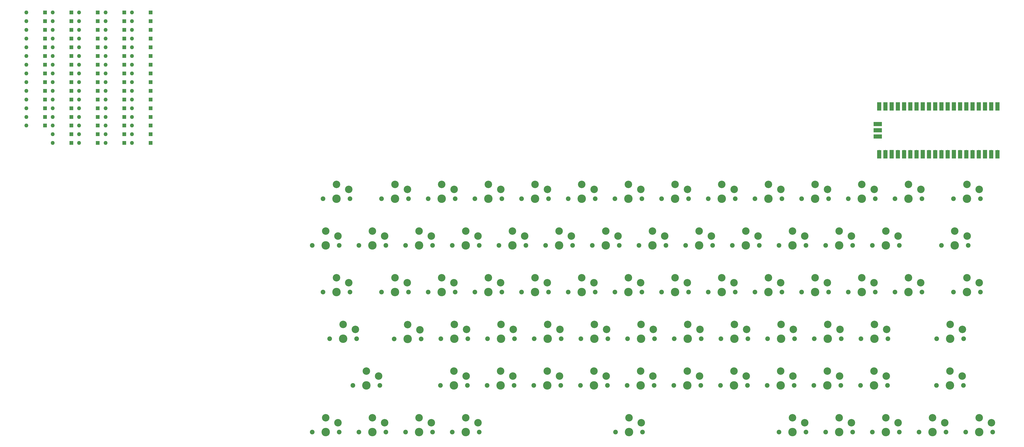
<source format=gts>
G04 #@! TF.GenerationSoftware,KiCad,Pcbnew,8.0.8*
G04 #@! TF.CreationDate,2025-06-07T08:47:10+08:00*
G04 #@! TF.ProjectId,magic-keys,6d616769-632d-46b6-9579-732e6b696361,rev?*
G04 #@! TF.SameCoordinates,Original*
G04 #@! TF.FileFunction,Soldermask,Top*
G04 #@! TF.FilePolarity,Negative*
%FSLAX46Y46*%
G04 Gerber Fmt 4.6, Leading zero omitted, Abs format (unit mm)*
G04 Created by KiCad (PCBNEW 8.0.8) date 2025-06-07 08:47:10*
%MOMM*%
%LPD*%
G01*
G04 APERTURE LIST*
%ADD10C,3.050000*%
%ADD11C,3.450000*%
%ADD12C,1.900000*%
%ADD13O,1.700000X1.700000*%
%ADD14R,1.700000X3.500000*%
%ADD15R,1.700000X1.700000*%
%ADD16R,3.500000X1.700000*%
%ADD17R,1.600000X1.600000*%
%ADD18O,1.600000X1.600000*%
G04 APERTURE END LIST*
D10*
G04 #@! TO.C,`~1*
X9525000Y-70300000D03*
X14525000Y-72400000D03*
D11*
X9525000Y-76200000D03*
D12*
X4025000Y-76200000D03*
X15025000Y-76200000D03*
G04 #@! TD*
D10*
G04 #@! TO.C,]}1*
X247362500Y-89350000D03*
X252362500Y-91450000D03*
D11*
X247362500Y-95250000D03*
D12*
X241862500Y-95250000D03*
X252862500Y-95250000D03*
G04 #@! TD*
D10*
G04 #@! TO.C,\u005C|1*
X271242500Y-89350000D03*
X276242500Y-91450000D03*
D11*
X271242500Y-95250000D03*
D12*
X265742500Y-95250000D03*
X276742500Y-95250000D03*
G04 #@! TD*
D10*
G04 #@! TO.C,[{1*
X228312500Y-89350000D03*
X233312500Y-91450000D03*
D11*
X228312500Y-95250000D03*
D12*
X222812500Y-95250000D03*
X233812500Y-95250000D03*
G04 #@! TD*
D10*
G04 #@! TO.C,Z1*
X61912500Y-127450000D03*
X66912500Y-129550000D03*
D11*
X61912500Y-133350000D03*
D12*
X56412500Y-133350000D03*
X67412500Y-133350000D03*
G04 #@! TD*
D10*
G04 #@! TO.C,Y1*
X133062500Y-89350000D03*
X138062500Y-91450000D03*
D11*
X133062500Y-95250000D03*
D12*
X127562500Y-95250000D03*
X138562500Y-95250000D03*
G04 #@! TD*
D10*
G04 #@! TO.C,X1*
X80962500Y-127450000D03*
X85962500Y-129550000D03*
D11*
X80962500Y-133350000D03*
D12*
X75462500Y-133350000D03*
X86462500Y-133350000D03*
G04 #@! TD*
D10*
G04 #@! TO.C,W1*
X56862500Y-89350000D03*
X61862500Y-91450000D03*
D11*
X56862500Y-95250000D03*
D12*
X51362500Y-95250000D03*
X62362500Y-95250000D03*
G04 #@! TD*
D10*
G04 #@! TO.C,V1*
X119062500Y-127450000D03*
X124062500Y-129550000D03*
D11*
X119062500Y-133350000D03*
D12*
X113562500Y-133350000D03*
X124562500Y-133350000D03*
G04 #@! TD*
D10*
G04 #@! TO.C,Up1*
X257175000Y-146500000D03*
X262175000Y-148600000D03*
D11*
X257175000Y-152400000D03*
D12*
X251675000Y-152400000D03*
X262675000Y-152400000D03*
G04 #@! TD*
D10*
G04 #@! TO.C,U2*
X152112500Y-89350000D03*
X157112500Y-91450000D03*
D11*
X152112500Y-95250000D03*
D12*
X146612500Y-95250000D03*
X157612500Y-95250000D03*
G04 #@! TD*
D10*
G04 #@! TO.C,Tab1*
X14000000Y-89350000D03*
X19000000Y-91450000D03*
D11*
X14000000Y-95250000D03*
D12*
X8500000Y-95250000D03*
X19500000Y-95250000D03*
G04 #@! TD*
D10*
G04 #@! TO.C,T1*
X114012500Y-89350000D03*
X119012500Y-91450000D03*
D11*
X114012500Y-95250000D03*
D12*
X108512500Y-95250000D03*
X119512500Y-95250000D03*
G04 #@! TD*
D10*
G04 #@! TO.C,Space1*
X133350000Y-146500000D03*
X138350000Y-148600000D03*
D11*
X133350000Y-152400000D03*
D12*
X127850000Y-152400000D03*
X138850000Y-152400000D03*
G04 #@! TD*
D10*
G04 #@! TO.C,Shift2*
X264318750Y-127450000D03*
X269318750Y-129550000D03*
D11*
X264318750Y-133350000D03*
D12*
X258818750Y-133350000D03*
X269818750Y-133350000D03*
G04 #@! TD*
D10*
G04 #@! TO.C,Shift1*
X26193750Y-127450000D03*
X31193750Y-129550000D03*
D11*
X26193750Y-133350000D03*
D12*
X20693750Y-133350000D03*
X31693750Y-133350000D03*
G04 #@! TD*
D10*
G04 #@! TO.C,S1*
X62037500Y-108400000D03*
X67037500Y-110500000D03*
D11*
X62037500Y-114300000D03*
D12*
X56537500Y-114300000D03*
X67537500Y-114300000D03*
G04 #@! TD*
D10*
G04 #@! TO.C,Right1*
X276225000Y-146500000D03*
X281225000Y-148600000D03*
D11*
X276225000Y-152400000D03*
D12*
X270725000Y-152400000D03*
X281725000Y-152400000D03*
G04 #@! TD*
D10*
G04 #@! TO.C,R1*
X94962500Y-89350000D03*
X99962500Y-91450000D03*
D11*
X94962500Y-95250000D03*
D12*
X89462500Y-95250000D03*
X100462500Y-95250000D03*
G04 #@! TD*
D10*
G04 #@! TO.C,Q1*
X37812500Y-89350000D03*
X42812500Y-91450000D03*
D11*
X37812500Y-95250000D03*
D12*
X32312500Y-95250000D03*
X43312500Y-95250000D03*
G04 #@! TD*
D10*
G04 #@! TO.C,P1*
X209262500Y-89350000D03*
X214262500Y-91450000D03*
D11*
X209262500Y-95250000D03*
D12*
X203762500Y-95250000D03*
X214762500Y-95250000D03*
G04 #@! TD*
D10*
G04 #@! TO.C,Option1*
X47625000Y-146500000D03*
X52625000Y-148600000D03*
D11*
X47625000Y-152400000D03*
D12*
X42125000Y-152400000D03*
X53125000Y-152400000D03*
G04 #@! TD*
D10*
G04 #@! TO.C,O1*
X190212500Y-89350000D03*
X195212500Y-91450000D03*
D11*
X190212500Y-95250000D03*
D12*
X184712500Y-95250000D03*
X195712500Y-95250000D03*
G04 #@! TD*
D10*
G04 #@! TO.C,N1*
X157162500Y-127450000D03*
X162162500Y-129550000D03*
D11*
X157162500Y-133350000D03*
D12*
X151662500Y-133350000D03*
X162662500Y-133350000D03*
G04 #@! TD*
D10*
G04 #@! TO.C,M1*
X176212500Y-127450000D03*
X181212500Y-129550000D03*
D11*
X176212500Y-133350000D03*
D12*
X170712500Y-133350000D03*
X181712500Y-133350000D03*
G04 #@! TD*
D10*
G04 #@! TO.C,Left1*
X219075000Y-146500000D03*
X224075000Y-148600000D03*
D11*
X219075000Y-152400000D03*
D12*
X213575000Y-152400000D03*
X224575000Y-152400000D03*
G04 #@! TD*
D10*
G04 #@! TO.C,L1*
X195387500Y-108400000D03*
X200387500Y-110500000D03*
D11*
X195387500Y-114300000D03*
D12*
X189887500Y-114300000D03*
X200887500Y-114300000D03*
G04 #@! TD*
D10*
G04 #@! TO.C,K1*
X176337500Y-108400000D03*
X181337500Y-110500000D03*
D11*
X176337500Y-114300000D03*
D12*
X170837500Y-114300000D03*
X181837500Y-114300000D03*
G04 #@! TD*
D10*
G04 #@! TO.C,J1*
X157287500Y-108400000D03*
X162287500Y-110500000D03*
D11*
X157287500Y-114300000D03*
D12*
X151787500Y-114300000D03*
X162787500Y-114300000D03*
G04 #@! TD*
D10*
G04 #@! TO.C,I1*
X171162500Y-89350000D03*
X176162500Y-91450000D03*
D11*
X171162500Y-95250000D03*
D12*
X165662500Y-95250000D03*
X176662500Y-95250000D03*
G04 #@! TD*
D10*
G04 #@! TO.C,H1*
X138237500Y-108400000D03*
X143237500Y-110500000D03*
D11*
X138237500Y-114300000D03*
D12*
X132737500Y-114300000D03*
X143737500Y-114300000D03*
G04 #@! TD*
D10*
G04 #@! TO.C,G1*
X119187500Y-108400000D03*
X124187500Y-110500000D03*
D11*
X119187500Y-114300000D03*
D12*
X113687500Y-114300000D03*
X124687500Y-114300000D03*
G04 #@! TD*
D10*
G04 #@! TO.C,Fn1*
X9525000Y-146500000D03*
X14525000Y-148600000D03*
D11*
X9525000Y-152400000D03*
D12*
X4025000Y-152400000D03*
X15025000Y-152400000D03*
G04 #@! TD*
D10*
G04 #@! TO.C,F13*
X100137500Y-108400000D03*
X105137500Y-110500000D03*
D11*
X100137500Y-114300000D03*
D12*
X94637500Y-114300000D03*
X105637500Y-114300000D03*
G04 #@! TD*
D10*
G04 #@! TO.C,F12*
X247430000Y-51250000D03*
X252430000Y-53350000D03*
D11*
X247430000Y-57150000D03*
D12*
X241930000Y-57150000D03*
X252930000Y-57150000D03*
G04 #@! TD*
D10*
G04 #@! TO.C,F11*
X228380000Y-51250000D03*
X233380000Y-53350000D03*
D11*
X228380000Y-57150000D03*
D12*
X222880000Y-57150000D03*
X233880000Y-57150000D03*
G04 #@! TD*
D10*
G04 #@! TO.C,F10*
X209330000Y-51250000D03*
X214330000Y-53350000D03*
D11*
X209330000Y-57150000D03*
D12*
X203830000Y-57150000D03*
X214830000Y-57150000D03*
G04 #@! TD*
D10*
G04 #@! TO.C,F9*
X190280000Y-51250000D03*
X195280000Y-53350000D03*
D11*
X190280000Y-57150000D03*
D12*
X184780000Y-57150000D03*
X195780000Y-57150000D03*
G04 #@! TD*
D10*
G04 #@! TO.C,F8*
X171230000Y-51250000D03*
X176230000Y-53350000D03*
D11*
X171230000Y-57150000D03*
D12*
X165730000Y-57150000D03*
X176730000Y-57150000D03*
G04 #@! TD*
D10*
G04 #@! TO.C,F7*
X152180000Y-51250000D03*
X157180000Y-53350000D03*
D11*
X152180000Y-57150000D03*
D12*
X146680000Y-57150000D03*
X157680000Y-57150000D03*
G04 #@! TD*
D10*
G04 #@! TO.C,F6*
X133130000Y-51250000D03*
X138130000Y-53350000D03*
D11*
X133130000Y-57150000D03*
D12*
X127630000Y-57150000D03*
X138630000Y-57150000D03*
G04 #@! TD*
D10*
G04 #@! TO.C,F5*
X114080000Y-51250000D03*
X119080000Y-53350000D03*
D11*
X114080000Y-57150000D03*
D12*
X108580000Y-57150000D03*
X119580000Y-57150000D03*
G04 #@! TD*
D10*
G04 #@! TO.C,F4*
X95030000Y-51250000D03*
X100030000Y-53350000D03*
D11*
X95030000Y-57150000D03*
D12*
X89530000Y-57150000D03*
X100530000Y-57150000D03*
G04 #@! TD*
D10*
G04 #@! TO.C,F3*
X75980000Y-51250000D03*
X80980000Y-53350000D03*
D11*
X75980000Y-57150000D03*
D12*
X70480000Y-57150000D03*
X81480000Y-57150000D03*
G04 #@! TD*
D10*
G04 #@! TO.C,F2*
X56930000Y-51250000D03*
X61930000Y-53350000D03*
D11*
X56930000Y-57150000D03*
D12*
X51430000Y-57150000D03*
X62430000Y-57150000D03*
G04 #@! TD*
D10*
G04 #@! TO.C,F1*
X37880000Y-51250000D03*
X42880000Y-53350000D03*
D11*
X37880000Y-57150000D03*
D12*
X32380000Y-57150000D03*
X43380000Y-57150000D03*
G04 #@! TD*
D10*
G04 #@! TO.C,Esc1*
X14000000Y-51250000D03*
X19000000Y-53350000D03*
D11*
X14000000Y-57150000D03*
D12*
X8500000Y-57150000D03*
X19500000Y-57150000D03*
G04 #@! TD*
D10*
G04 #@! TO.C,Enter1*
X264443750Y-108400000D03*
X269443750Y-110500000D03*
D11*
X264443750Y-114300000D03*
D12*
X258943750Y-114300000D03*
X269943750Y-114300000D03*
G04 #@! TD*
D10*
G04 #@! TO.C,E1*
X75912500Y-89350000D03*
X80912500Y-91450000D03*
D11*
X75912500Y-95250000D03*
D12*
X70412500Y-95250000D03*
X81412500Y-95250000D03*
G04 #@! TD*
D10*
G04 #@! TO.C,Down1*
X238125000Y-146500000D03*
X243125000Y-148600000D03*
D11*
X238125000Y-152400000D03*
D12*
X232625000Y-152400000D03*
X243625000Y-152400000D03*
G04 #@! TD*
D10*
G04 #@! TO.C,Del1*
X271242500Y-51250000D03*
X276242500Y-53350000D03*
D11*
X271242500Y-57150000D03*
D12*
X265742500Y-57150000D03*
X276742500Y-57150000D03*
G04 #@! TD*
D10*
G04 #@! TO.C,D1*
X81087500Y-108400000D03*
X86087500Y-110500000D03*
D11*
X81087500Y-114300000D03*
D12*
X75587500Y-114300000D03*
X86587500Y-114300000D03*
G04 #@! TD*
D10*
G04 #@! TO.C,Control1*
X28575000Y-146500000D03*
X33575000Y-148600000D03*
D11*
X28575000Y-152400000D03*
D12*
X23075000Y-152400000D03*
X34075000Y-152400000D03*
G04 #@! TD*
D10*
G04 #@! TO.C,Cmd2*
X200025000Y-146500000D03*
X205025000Y-148600000D03*
D11*
X200025000Y-152400000D03*
D12*
X194525000Y-152400000D03*
X205525000Y-152400000D03*
G04 #@! TD*
D10*
G04 #@! TO.C,Cmd1*
X66675000Y-146500000D03*
X71675000Y-148600000D03*
D11*
X66675000Y-152400000D03*
D12*
X61175000Y-152400000D03*
X72175000Y-152400000D03*
G04 #@! TD*
D10*
G04 #@! TO.C,CapsLock1*
X16668750Y-108400000D03*
X21668750Y-110500000D03*
D11*
X16668750Y-114300000D03*
D12*
X11168750Y-114300000D03*
X22168750Y-114300000D03*
G04 #@! TD*
D10*
G04 #@! TO.C,C1*
X100012500Y-127450000D03*
X105012500Y-129550000D03*
D11*
X100012500Y-133350000D03*
D12*
X94512500Y-133350000D03*
X105512500Y-133350000D03*
G04 #@! TD*
D10*
G04 #@! TO.C,Backspace1*
X266312500Y-70300000D03*
X271312500Y-72400000D03*
D11*
X266312500Y-76200000D03*
D12*
X260812500Y-76200000D03*
X271812500Y-76200000D03*
G04 #@! TD*
D10*
G04 #@! TO.C,B1*
X138112500Y-127450000D03*
X143112500Y-129550000D03*
D11*
X138112500Y-133350000D03*
D12*
X132612500Y-133350000D03*
X143612500Y-133350000D03*
G04 #@! TD*
D10*
G04 #@! TO.C,A1*
X42987500Y-108500000D03*
X47987500Y-110600000D03*
D11*
X42987500Y-114400000D03*
D12*
X37487500Y-114400000D03*
X48487500Y-114400000D03*
G04 #@! TD*
D10*
G04 #@! TO.C,>.1*
X214312500Y-127450000D03*
X219312500Y-129550000D03*
D11*
X214312500Y-133350000D03*
D12*
X208812500Y-133350000D03*
X219812500Y-133350000D03*
G04 #@! TD*
D10*
G04 #@! TO.C,=+1*
X238125000Y-70300000D03*
X243125000Y-72400000D03*
D11*
X238125000Y-76200000D03*
D12*
X232625000Y-76200000D03*
X243625000Y-76200000D03*
G04 #@! TD*
D10*
G04 #@! TO.C,<\u002C1*
X195262500Y-127450000D03*
X200262500Y-129550000D03*
D11*
X195262500Y-133350000D03*
D12*
X189762500Y-133350000D03*
X200762500Y-133350000D03*
G04 #@! TD*
D10*
G04 #@! TO.C,;:1*
X214437500Y-108400000D03*
X219437500Y-110500000D03*
D11*
X214437500Y-114300000D03*
D12*
X208937500Y-114300000D03*
X219937500Y-114300000D03*
G04 #@! TD*
D10*
G04 #@! TO.C,9(1*
X180975000Y-70300000D03*
X185975000Y-72400000D03*
D11*
X180975000Y-76200000D03*
D12*
X175475000Y-76200000D03*
X186475000Y-76200000D03*
G04 #@! TD*
D10*
G04 #@! TO.C,8\u002A1*
X161925000Y-70300000D03*
X166925000Y-72400000D03*
D11*
X161925000Y-76200000D03*
D12*
X156425000Y-76200000D03*
X167425000Y-76200000D03*
G04 #@! TD*
D10*
G04 #@! TO.C,7&1*
X142875000Y-70300000D03*
X147875000Y-72400000D03*
D11*
X142875000Y-76200000D03*
D12*
X137375000Y-76200000D03*
X148375000Y-76200000D03*
G04 #@! TD*
D10*
G04 #@! TO.C,6^1*
X123825000Y-70300000D03*
X128825000Y-72400000D03*
D11*
X123825000Y-76200000D03*
D12*
X118325000Y-76200000D03*
X129325000Y-76200000D03*
G04 #@! TD*
D10*
G04 #@! TO.C,5\u00251*
X104775000Y-70300000D03*
X109775000Y-72400000D03*
D11*
X104775000Y-76200000D03*
D12*
X99275000Y-76200000D03*
X110275000Y-76200000D03*
G04 #@! TD*
D10*
G04 #@! TO.C,4$1*
X85725000Y-70300000D03*
X90725000Y-72400000D03*
D11*
X85725000Y-76200000D03*
D12*
X80225000Y-76200000D03*
X91225000Y-76200000D03*
G04 #@! TD*
D10*
G04 #@! TO.C,3#1*
X66675000Y-70300000D03*
X71675000Y-72400000D03*
D11*
X66675000Y-76200000D03*
D12*
X61175000Y-76200000D03*
X72175000Y-76200000D03*
G04 #@! TD*
D10*
G04 #@! TO.C,2@1*
X47625000Y-70300000D03*
X52625000Y-72400000D03*
D11*
X47625000Y-76200000D03*
D12*
X42125000Y-76200000D03*
X53125000Y-76200000D03*
G04 #@! TD*
D10*
G04 #@! TO.C,1!1*
X28575000Y-70300000D03*
X33575000Y-72400000D03*
D11*
X28575000Y-76200000D03*
D12*
X23075000Y-76200000D03*
X34075000Y-76200000D03*
G04 #@! TD*
D10*
G04 #@! TO.C,0)1*
X200025000Y-70300000D03*
X205025000Y-72400000D03*
D11*
X200025000Y-76200000D03*
D12*
X194525000Y-76200000D03*
X205525000Y-76200000D03*
G04 #@! TD*
D10*
G04 #@! TO.C,/1*
X233362500Y-127450000D03*
X238362500Y-129550000D03*
D11*
X233362500Y-133350000D03*
D12*
X227862500Y-133350000D03*
X238862500Y-133350000D03*
G04 #@! TD*
D10*
G04 #@! TO.C,-_1*
X219075000Y-70300000D03*
X224075000Y-72400000D03*
D11*
X219075000Y-76200000D03*
D12*
X213575000Y-76200000D03*
X224575000Y-76200000D03*
G04 #@! TD*
D10*
G04 #@! TO.C,'"1*
X233487500Y-108400000D03*
X238487500Y-110500000D03*
D11*
X233487500Y-114300000D03*
D12*
X227987500Y-114300000D03*
X238987500Y-114300000D03*
G04 #@! TD*
D13*
G04 #@! TO.C,U1*
X283755000Y-20320000D03*
D14*
X283755000Y-19420000D03*
D13*
X281215000Y-20320000D03*
D14*
X281215000Y-19420000D03*
D15*
X278675000Y-20320000D03*
D14*
X278675000Y-19420000D03*
D13*
X276135000Y-20320000D03*
D14*
X276135000Y-19420000D03*
D13*
X273595000Y-20320000D03*
D14*
X273595000Y-19420000D03*
D13*
X271055000Y-20320000D03*
D14*
X271055000Y-19420000D03*
D13*
X268515000Y-20320000D03*
D14*
X268515000Y-19420000D03*
D15*
X265975000Y-20320000D03*
D14*
X265975000Y-19420000D03*
D13*
X263435000Y-20320000D03*
D14*
X263435000Y-19420000D03*
D13*
X260895000Y-20320000D03*
D14*
X260895000Y-19420000D03*
D13*
X258355000Y-20320000D03*
D14*
X258355000Y-19420000D03*
D13*
X255815000Y-20320000D03*
D14*
X255815000Y-19420000D03*
D15*
X253275000Y-20320000D03*
D14*
X253275000Y-19420000D03*
D13*
X250735000Y-20320000D03*
D14*
X250735000Y-19420000D03*
D13*
X248195000Y-20320000D03*
D14*
X248195000Y-19420000D03*
D13*
X245655000Y-20320000D03*
D14*
X245655000Y-19420000D03*
D13*
X243115000Y-20320000D03*
D14*
X243115000Y-19420000D03*
D15*
X240575000Y-20320000D03*
D14*
X240575000Y-19420000D03*
D13*
X238035000Y-20320000D03*
D14*
X238035000Y-19420000D03*
D13*
X235495000Y-20320000D03*
D14*
X235495000Y-19420000D03*
D13*
X235495000Y-38100000D03*
D14*
X235495000Y-39000000D03*
D13*
X238035000Y-38100000D03*
D14*
X238035000Y-39000000D03*
D15*
X240575000Y-38100000D03*
D14*
X240575000Y-39000000D03*
D13*
X243115000Y-38100000D03*
D14*
X243115000Y-39000000D03*
D13*
X245655000Y-38100000D03*
D14*
X245655000Y-39000000D03*
D13*
X248195000Y-38100000D03*
D14*
X248195000Y-39000000D03*
D13*
X250735000Y-38100000D03*
D14*
X250735000Y-39000000D03*
D15*
X253275000Y-38100000D03*
D14*
X253275000Y-39000000D03*
D13*
X255815000Y-38100000D03*
D14*
X255815000Y-39000000D03*
D13*
X258355000Y-38100000D03*
D14*
X258355000Y-39000000D03*
D13*
X260895000Y-38100000D03*
D14*
X260895000Y-39000000D03*
D13*
X263435000Y-38100000D03*
D14*
X263435000Y-39000000D03*
D15*
X265975000Y-38100000D03*
D14*
X265975000Y-39000000D03*
D13*
X268515000Y-38100000D03*
D14*
X268515000Y-39000000D03*
D13*
X271055000Y-38100000D03*
D14*
X271055000Y-39000000D03*
D13*
X273595000Y-38100000D03*
D14*
X273595000Y-39000000D03*
D13*
X276135000Y-38100000D03*
D14*
X276135000Y-39000000D03*
D15*
X278675000Y-38100000D03*
D14*
X278675000Y-39000000D03*
D13*
X281215000Y-38100000D03*
D14*
X281215000Y-39000000D03*
D13*
X283755000Y-38100000D03*
D14*
X283755000Y-39000000D03*
D13*
X235725000Y-26670000D03*
D16*
X234825000Y-26670000D03*
D15*
X235725000Y-29210000D03*
D16*
X234825000Y-29210000D03*
D13*
X235725000Y-31750000D03*
D16*
X234825000Y-31750000D03*
G04 #@! TD*
D17*
G04 #@! TO.C,IDiode1*
X-83452500Y-34375000D03*
D18*
X-91072500Y-34375000D03*
G04 #@! TD*
D17*
G04 #@! TO.C,>.Diode1*
X-72682500Y18875000D03*
D18*
X-80302500Y18875000D03*
G04 #@! TD*
D17*
G04 #@! TO.C,[{Diode1*
X-104992500Y-16625000D03*
D18*
X-112612500Y-16625000D03*
G04 #@! TD*
D17*
G04 #@! TO.C,`~Diode1*
X-104992500Y-27275000D03*
D18*
X-112612500Y-27275000D03*
G04 #@! TD*
D17*
G04 #@! TO.C,NDiode1*
X-94222500Y1125000D03*
D18*
X-101842500Y1125000D03*
G04 #@! TD*
D17*
G04 #@! TO.C,=+Diode1*
X-61912500Y-34375000D03*
D18*
X-69532500Y-34375000D03*
G04 #@! TD*
D17*
G04 #@! TO.C,UDiode1*
X-104992500Y8225000D03*
D18*
X-112612500Y8225000D03*
G04 #@! TD*
D17*
G04 #@! TO.C,SpaceDiode1*
X-104992500Y18875000D03*
D18*
X-112612500Y18875000D03*
G04 #@! TD*
D17*
G04 #@! TO.C,QDiode1*
X-94222500Y-16625000D03*
D18*
X-101842500Y-16625000D03*
G04 #@! TD*
D17*
G04 #@! TO.C,1!Diode1*
X-61912500Y4675000D03*
D18*
X-69532500Y4675000D03*
G04 #@! TD*
D17*
G04 #@! TO.C,0)Diode1*
X-61912500Y8225000D03*
D18*
X-69532500Y8225000D03*
G04 #@! TD*
D17*
G04 #@! TO.C,PDiode1*
X-94222500Y-13075000D03*
D18*
X-101842500Y-13075000D03*
G04 #@! TD*
D17*
G04 #@! TO.C,5\u0025Diode1*
X-61912500Y-9525000D03*
D18*
X-69532500Y-9525000D03*
G04 #@! TD*
D17*
G04 #@! TO.C,SDiode1*
X-94222500Y-27275000D03*
D18*
X-101842500Y-27275000D03*
G04 #@! TD*
D17*
G04 #@! TO.C,EnterDiode1*
X-72682500Y-27275000D03*
D18*
X-80302500Y-27275000D03*
G04 #@! TD*
D17*
G04 #@! TO.C,BackspaceDiode1*
X-72682500Y8225000D03*
D18*
X-80302500Y8225000D03*
G04 #@! TD*
D17*
G04 #@! TO.C,F9Diode1*
X-83452500Y-16625000D03*
D18*
X-91072500Y-16625000D03*
G04 #@! TD*
D17*
G04 #@! TO.C,EDiode1*
X-72682500Y-23725000D03*
D18*
X-80302500Y-23725000D03*
G04 #@! TD*
D17*
G04 #@! TO.C,ControlDiode1*
X-72682500Y-9525000D03*
D18*
X-80302500Y-9525000D03*
G04 #@! TD*
D17*
G04 #@! TO.C,ShiftDiode2*
X-94222500Y-34375000D03*
D18*
X-101842500Y-34375000D03*
G04 #@! TD*
D17*
G04 #@! TO.C,F10Diode1*
X-72682500Y-34375000D03*
D18*
X-80302500Y-34375000D03*
G04 #@! TD*
D17*
G04 #@! TO.C,F3Diode1*
X-83452500Y4675000D03*
D18*
X-91072500Y4675000D03*
G04 #@! TD*
D17*
G04 #@! TO.C,EscDiode1*
X-72682500Y-30825000D03*
D18*
X-80302500Y-30825000D03*
G04 #@! TD*
D17*
G04 #@! TO.C,HDiode1*
X-83452500Y-30825000D03*
D18*
X-91072500Y-30825000D03*
G04 #@! TD*
D17*
G04 #@! TO.C,LDiode1*
X-94222500Y11775000D03*
D18*
X-101842500Y11775000D03*
G04 #@! TD*
D17*
G04 #@! TO.C,VDiode1*
X-104992500Y1125000D03*
D18*
X-112612500Y1125000D03*
G04 #@! TD*
D17*
G04 #@! TO.C,F6Diode1*
X-83452500Y-5975000D03*
D18*
X-91072500Y-5975000D03*
G04 #@! TD*
D17*
G04 #@! TO.C,KDiode1*
X-94222500Y15325000D03*
D18*
X-101842500Y15325000D03*
G04 #@! TD*
D17*
G04 #@! TO.C,TDiode1*
X-104992500Y15325000D03*
D18*
X-112612500Y15325000D03*
G04 #@! TD*
D17*
G04 #@! TO.C,MDiode1*
X-94222500Y4675000D03*
D18*
X-101842500Y4675000D03*
G04 #@! TD*
D17*
G04 #@! TO.C,F1Diode1*
X-83452500Y11775000D03*
D18*
X-91072500Y11775000D03*
G04 #@! TD*
D17*
G04 #@! TO.C,FnDiode1*
X-83452500Y-23725000D03*
D18*
X-91072500Y-23725000D03*
G04 #@! TD*
D17*
G04 #@! TO.C,F7Diode1*
X-83452500Y-9525000D03*
D18*
X-91072500Y-9525000D03*
G04 #@! TD*
D17*
G04 #@! TO.C,XDiode1*
X-104992500Y-5975000D03*
D18*
X-112612500Y-5975000D03*
G04 #@! TD*
D17*
G04 #@! TO.C,WDiode1*
X-104992500Y-2425000D03*
D18*
X-112612500Y-2425000D03*
G04 #@! TD*
D17*
G04 #@! TO.C,DDiode1*
X-72682500Y-13075000D03*
D18*
X-80302500Y-13075000D03*
G04 #@! TD*
D17*
G04 #@! TO.C,9(Diode1*
X-61912500Y-23725000D03*
D18*
X-69532500Y-23725000D03*
G04 #@! TD*
D17*
G04 #@! TO.C,3#Diode1*
X-61912500Y-2425000D03*
D18*
X-69532500Y-2425000D03*
G04 #@! TD*
D17*
G04 #@! TO.C,6^Diode1*
X-61912500Y-13075000D03*
D18*
X-69532500Y-13075000D03*
G04 #@! TD*
D17*
G04 #@! TO.C,2@Diode1*
X-61912500Y1125000D03*
D18*
X-69532500Y1125000D03*
G04 #@! TD*
D17*
G04 #@! TO.C,F4Diode1*
X-83452500Y1125000D03*
D18*
X-91072500Y1125000D03*
G04 #@! TD*
D17*
G04 #@! TO.C,F12Diode1*
X-83452500Y15325000D03*
D18*
X-91072500Y15325000D03*
G04 #@! TD*
D17*
G04 #@! TO.C,F5Diode1*
X-83452500Y-2425000D03*
D18*
X-91072500Y-2425000D03*
G04 #@! TD*
D17*
G04 #@! TO.C,8\u002ADiode1*
X-61912500Y-20175000D03*
D18*
X-69532500Y-20175000D03*
G04 #@! TD*
D17*
G04 #@! TO.C,/?Diode1*
X-61912500Y11775000D03*
D18*
X-69532500Y11775000D03*
G04 #@! TD*
D17*
G04 #@! TO.C,CmdDiode1*
X-72682500Y-2425000D03*
D18*
X-80302500Y-2425000D03*
G04 #@! TD*
D17*
G04 #@! TO.C,CapsLockDiode1*
X-72682500Y1125000D03*
D18*
X-80302500Y1125000D03*
G04 #@! TD*
D17*
G04 #@! TO.C,DownDiode1*
X-72682500Y-20175000D03*
D18*
X-80302500Y-20175000D03*
G04 #@! TD*
D17*
G04 #@! TO.C,LeftDiode1*
X-94222500Y8225000D03*
D18*
X-101842500Y8225000D03*
G04 #@! TD*
D17*
G04 #@! TO.C,F11Diode1*
X-83452500Y18875000D03*
D18*
X-91072500Y18875000D03*
G04 #@! TD*
D17*
G04 #@! TO.C,UpDiode1*
X-104992500Y4675000D03*
D18*
X-112612500Y4675000D03*
G04 #@! TD*
D17*
G04 #@! TO.C,DelDiode1*
X-72682500Y-16625000D03*
D18*
X-80302500Y-16625000D03*
G04 #@! TD*
D17*
G04 #@! TO.C,OptionDiode1*
X-94222500Y-5975000D03*
D18*
X-101842500Y-5975000D03*
G04 #@! TD*
D17*
G04 #@! TO.C,ODiode1*
X-94222500Y-2425000D03*
D18*
X-101842500Y-2425000D03*
G04 #@! TD*
D17*
G04 #@! TO.C,TabDiode1*
X-104992500Y11775000D03*
D18*
X-112612500Y11775000D03*
G04 #@! TD*
D17*
G04 #@! TO.C,ADiode1*
X-72682500Y15325000D03*
D18*
X-80302500Y15325000D03*
G04 #@! TD*
D17*
G04 #@! TO.C,4$Diode1*
X-61912500Y-5975000D03*
D18*
X-69532500Y-5975000D03*
G04 #@! TD*
D17*
G04 #@! TO.C,F2Diode1*
X-83452500Y8225000D03*
D18*
X-91072500Y8225000D03*
G04 #@! TD*
D17*
G04 #@! TO.C,RDiode1*
X-94222500Y-20175000D03*
D18*
X-101842500Y-20175000D03*
G04 #@! TD*
D17*
G04 #@! TO.C,'"Diode1*
X-61912500Y18875000D03*
D18*
X-69532500Y18875000D03*
G04 #@! TD*
D17*
G04 #@! TO.C,YDiode1*
X-104992500Y-9525000D03*
D18*
X-112612500Y-9525000D03*
G04 #@! TD*
D17*
G04 #@! TO.C,GDiode1*
X-83452500Y-27275000D03*
D18*
X-91072500Y-27275000D03*
G04 #@! TD*
D17*
G04 #@! TO.C,<\u002CDiode1*
X-61912500Y-30825000D03*
D18*
X-69532500Y-30825000D03*
G04 #@! TD*
D17*
G04 #@! TO.C,ZDiode1*
X-104992500Y-13075000D03*
D18*
X-112612500Y-13075000D03*
G04 #@! TD*
D17*
G04 #@! TO.C,JDiode1*
X-94222500Y18875000D03*
D18*
X-101842500Y18875000D03*
G04 #@! TD*
D17*
G04 #@! TO.C,F8Diode1*
X-83452500Y-13075000D03*
D18*
X-91072500Y-13075000D03*
G04 #@! TD*
D17*
G04 #@! TO.C,ShiftDiode1*
X-94222500Y-30825000D03*
D18*
X-101842500Y-30825000D03*
G04 #@! TD*
D17*
G04 #@! TO.C,7&Diode1*
X-61912500Y-16625000D03*
D18*
X-69532500Y-16625000D03*
G04 #@! TD*
D17*
G04 #@! TO.C,RightDiode1*
X-94222500Y-23725000D03*
D18*
X-101842500Y-23725000D03*
G04 #@! TD*
D17*
G04 #@! TO.C,]}Diode1*
X-104992500Y-23725000D03*
D18*
X-112612500Y-23725000D03*
G04 #@! TD*
D17*
G04 #@! TO.C,FDiode1*
X-83452500Y-20175000D03*
D18*
X-91072500Y-20175000D03*
G04 #@! TD*
D17*
G04 #@! TO.C,;:Diode1*
X-61912500Y-27275000D03*
D18*
X-69532500Y-27275000D03*
G04 #@! TD*
D17*
G04 #@! TO.C,CmdDiode2*
X-72682500Y-5975000D03*
D18*
X-80302500Y-5975000D03*
G04 #@! TD*
D17*
G04 #@! TO.C,OptionDiode2*
X-94222500Y-9525000D03*
D18*
X-101842500Y-9525000D03*
G04 #@! TD*
D17*
G04 #@! TO.C,-_Diode1*
X-61912500Y15325000D03*
D18*
X-69532500Y15325000D03*
G04 #@! TD*
D17*
G04 #@! TO.C,BDiode1*
X-72682500Y11775000D03*
D18*
X-80302500Y11775000D03*
G04 #@! TD*
D17*
G04 #@! TO.C,CDiode1*
X-72682500Y4675000D03*
D18*
X-80302500Y4675000D03*
G04 #@! TD*
D17*
G04 #@! TO.C,\u005C|Diode1*
X-104992500Y-20175000D03*
D18*
X-112612500Y-20175000D03*
G04 #@! TD*
M02*

</source>
